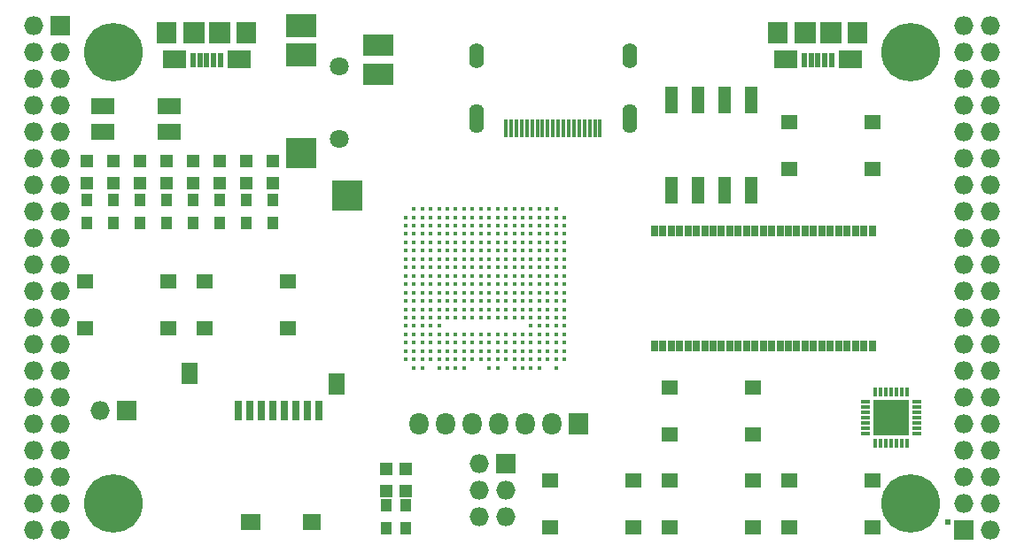
<source format=gts>
G04 #@! TF.FileFunction,Soldermask,Top*
%FSLAX46Y46*%
G04 Gerber Fmt 4.6, Leading zero omitted, Abs format (unit mm)*
G04 Created by KiCad (PCBNEW 4.0.7+dfsg1-1) date Thu Oct  5 01:05:28 2017*
%MOMM*%
%LPD*%
G01*
G04 APERTURE LIST*
%ADD10C,0.100000*%
%ADD11R,0.800000X1.900000*%
%ADD12R,1.700000X1.500000*%
%ADD13R,1.900000X1.500000*%
%ADD14R,1.500000X2.000000*%
%ADD15R,1.298880X1.298880*%
%ADD16R,0.660000X1.000000*%
%ADD17R,1.827200X1.827200*%
%ADD18O,1.827200X1.827200*%
%ADD19C,5.600000*%
%ADD20R,2.300000X1.500000*%
%ADD21R,1.000000X1.300000*%
%ADD22R,2.200000X1.700000*%
%ADD23R,2.000000X2.000000*%
%ADD24R,0.500000X1.450000*%
%ADD25R,1.900000X2.000000*%
%ADD26O,0.950000X0.400000*%
%ADD27O,0.400000X0.950000*%
%ADD28R,1.775000X1.775000*%
%ADD29R,0.600000X0.600000*%
%ADD30R,1.827200X2.132000*%
%ADD31O,1.827200X2.132000*%
%ADD32R,2.900000X2.300000*%
%ADD33R,2.900000X2.900000*%
%ADD34R,2.900000X2.100000*%
%ADD35C,1.800000*%
%ADD36O,1.400000X2.800000*%
%ADD37O,1.400000X2.400000*%
%ADD38R,0.350000X1.700000*%
%ADD39R,1.650000X1.400000*%
%ADD40R,1.220000X2.540000*%
%ADD41C,0.430000*%
G04 APERTURE END LIST*
D10*
D11*
X114930000Y-99520000D03*
X116030000Y-99520000D03*
X117130000Y-99520000D03*
X118230000Y-99520000D03*
X119330000Y-99520000D03*
X120430000Y-99520000D03*
X121530000Y-99520000D03*
X122630000Y-99520000D03*
D12*
X121920000Y-110120000D03*
D13*
X116120000Y-110120000D03*
D14*
X124320000Y-96970000D03*
X110270000Y-95970000D03*
D15*
X118230000Y-77709020D03*
X118230000Y-75610980D03*
X115690000Y-77709020D03*
X115690000Y-75610980D03*
X113150000Y-77709020D03*
X113150000Y-75610980D03*
X110610000Y-77709020D03*
X110610000Y-75610980D03*
X108070000Y-77709020D03*
X108070000Y-75610980D03*
X105530000Y-77709020D03*
X105530000Y-75610980D03*
X102990000Y-77709020D03*
X102990000Y-75610980D03*
X100450000Y-77709020D03*
X100450000Y-75610980D03*
D16*
X175480000Y-82270000D03*
X154680000Y-93330000D03*
X155480000Y-93330000D03*
X156280000Y-93330000D03*
X157080000Y-93330000D03*
X157880000Y-93330000D03*
X158680000Y-93330000D03*
X159480000Y-93330000D03*
X160280000Y-93330000D03*
X161080000Y-93330000D03*
X161880000Y-93330000D03*
X162680000Y-93330000D03*
X163480000Y-93330000D03*
X164280000Y-93330000D03*
X165080000Y-93330000D03*
X165880000Y-93330000D03*
X166680000Y-93330000D03*
X167480000Y-93330000D03*
X168280000Y-93330000D03*
X169080000Y-93330000D03*
X169880000Y-93330000D03*
X170680000Y-93330000D03*
X171480000Y-93330000D03*
X172280000Y-93330000D03*
X173080000Y-93330000D03*
X173880000Y-93330000D03*
X174680000Y-93330000D03*
X175480000Y-93330000D03*
X174680000Y-82270000D03*
X173880000Y-82270000D03*
X173080000Y-82270000D03*
X172280000Y-82270000D03*
X171480000Y-82270000D03*
X170680000Y-82270000D03*
X169880000Y-82270000D03*
X169080000Y-82270000D03*
X168280000Y-82270000D03*
X167480000Y-82270000D03*
X166680000Y-82270000D03*
X165880000Y-82270000D03*
X165080000Y-82270000D03*
X164280000Y-82270000D03*
X163480000Y-82270000D03*
X162680000Y-82270000D03*
X161880000Y-82270000D03*
X161080000Y-82270000D03*
X160280000Y-82270000D03*
X159480000Y-82270000D03*
X158680000Y-82270000D03*
X157880000Y-82270000D03*
X157080000Y-82270000D03*
X156280000Y-82270000D03*
X155480000Y-82270000D03*
X154680000Y-82270000D03*
D17*
X97910000Y-62690000D03*
D18*
X95370000Y-62690000D03*
X97910000Y-65230000D03*
X95370000Y-65230000D03*
X97910000Y-67770000D03*
X95370000Y-67770000D03*
X97910000Y-70310000D03*
X95370000Y-70310000D03*
X97910000Y-72850000D03*
X95370000Y-72850000D03*
X97910000Y-75390000D03*
X95370000Y-75390000D03*
X97910000Y-77930000D03*
X95370000Y-77930000D03*
X97910000Y-80470000D03*
X95370000Y-80470000D03*
X97910000Y-83010000D03*
X95370000Y-83010000D03*
X97910000Y-85550000D03*
X95370000Y-85550000D03*
X97910000Y-88090000D03*
X95370000Y-88090000D03*
X97910000Y-90630000D03*
X95370000Y-90630000D03*
X97910000Y-93170000D03*
X95370000Y-93170000D03*
X97910000Y-95710000D03*
X95370000Y-95710000D03*
X97910000Y-98250000D03*
X95370000Y-98250000D03*
X97910000Y-100790000D03*
X95370000Y-100790000D03*
X97910000Y-103330000D03*
X95370000Y-103330000D03*
X97910000Y-105870000D03*
X95370000Y-105870000D03*
X97910000Y-108410000D03*
X95370000Y-108410000D03*
X97910000Y-110950000D03*
X95370000Y-110950000D03*
D17*
X184270000Y-110950000D03*
D18*
X186810000Y-110950000D03*
X184270000Y-108410000D03*
X186810000Y-108410000D03*
X184270000Y-105870000D03*
X186810000Y-105870000D03*
X184270000Y-103330000D03*
X186810000Y-103330000D03*
X184270000Y-100790000D03*
X186810000Y-100790000D03*
X184270000Y-98250000D03*
X186810000Y-98250000D03*
X184270000Y-95710000D03*
X186810000Y-95710000D03*
X184270000Y-93170000D03*
X186810000Y-93170000D03*
X184270000Y-90630000D03*
X186810000Y-90630000D03*
X184270000Y-88090000D03*
X186810000Y-88090000D03*
X184270000Y-85550000D03*
X186810000Y-85550000D03*
X184270000Y-83010000D03*
X186810000Y-83010000D03*
X184270000Y-80470000D03*
X186810000Y-80470000D03*
X184270000Y-77930000D03*
X186810000Y-77930000D03*
X184270000Y-75390000D03*
X186810000Y-75390000D03*
X184270000Y-72850000D03*
X186810000Y-72850000D03*
X184270000Y-70310000D03*
X186810000Y-70310000D03*
X184270000Y-67770000D03*
X186810000Y-67770000D03*
X184270000Y-65230000D03*
X186810000Y-65230000D03*
X184270000Y-62690000D03*
X186810000Y-62690000D03*
D19*
X102990000Y-108410000D03*
X179190000Y-108410000D03*
X179190000Y-65230000D03*
X102990000Y-65230000D03*
D20*
X108274000Y-70330000D03*
X101974000Y-70330000D03*
X101974000Y-72830000D03*
X108274000Y-72830000D03*
D17*
X104260000Y-99520000D03*
D18*
X101720000Y-99520000D03*
D15*
X129025000Y-105074980D03*
X129025000Y-107173020D03*
X130930000Y-107173020D03*
X130930000Y-105074980D03*
D21*
X129025000Y-108580000D03*
X129025000Y-110780000D03*
X130930000Y-110780000D03*
X130930000Y-108580000D03*
D22*
X114980000Y-65875000D03*
X108780000Y-65875000D03*
D23*
X113080000Y-63325000D03*
X110680000Y-63325000D03*
D24*
X113180000Y-66000000D03*
X112530000Y-66000000D03*
X111880000Y-66000000D03*
X111230000Y-66000000D03*
X110580000Y-66000000D03*
D25*
X115680000Y-63325000D03*
X108080000Y-63325000D03*
D22*
X173400000Y-65875000D03*
X167200000Y-65875000D03*
D23*
X171500000Y-63325000D03*
X169100000Y-63325000D03*
D24*
X171600000Y-66000000D03*
X170950000Y-66000000D03*
X170300000Y-66000000D03*
X169650000Y-66000000D03*
X169000000Y-66000000D03*
D25*
X174100000Y-63325000D03*
X166500000Y-63325000D03*
D17*
X140455000Y-104600000D03*
D18*
X137915000Y-104600000D03*
X140455000Y-107140000D03*
X137915000Y-107140000D03*
X140455000Y-109680000D03*
X137915000Y-109680000D03*
D21*
X118230000Y-81570000D03*
X118230000Y-79370000D03*
X115690000Y-81570000D03*
X115690000Y-79370000D03*
X113150000Y-81570000D03*
X113150000Y-79370000D03*
X110610000Y-81570000D03*
X110610000Y-79370000D03*
X108070000Y-81570000D03*
X108070000Y-79370000D03*
X105530000Y-81570000D03*
X105530000Y-79370000D03*
X102990000Y-81570000D03*
X102990000Y-79370000D03*
X100450000Y-81570000D03*
X100450000Y-79370000D03*
D26*
X179735000Y-101655000D03*
X179735000Y-101155000D03*
X179735000Y-100655000D03*
X179735000Y-100155000D03*
X179735000Y-99655000D03*
X179735000Y-99155000D03*
X179735000Y-98655000D03*
D27*
X178785000Y-97705000D03*
X178285000Y-97705000D03*
X177785000Y-97705000D03*
X177285000Y-97705000D03*
X176785000Y-97705000D03*
X176285000Y-97705000D03*
X175785000Y-97705000D03*
D26*
X174835000Y-98655000D03*
X174835000Y-99155000D03*
X174835000Y-99655000D03*
X174835000Y-100155000D03*
X174835000Y-100655000D03*
X174835000Y-101155000D03*
X174835000Y-101655000D03*
D27*
X175785000Y-102605000D03*
X176285000Y-102605000D03*
X176785000Y-102605000D03*
X177285000Y-102605000D03*
X177785000Y-102605000D03*
X178285000Y-102605000D03*
X178785000Y-102605000D03*
D28*
X176447500Y-99317500D03*
X176447500Y-100992500D03*
X178122500Y-99317500D03*
X178122500Y-100992500D03*
D29*
X182680000Y-110200000D03*
D30*
X147440000Y-100790000D03*
D31*
X144900000Y-100790000D03*
X142360000Y-100790000D03*
X139820000Y-100790000D03*
X137280000Y-100790000D03*
X134740000Y-100790000D03*
X132200000Y-100790000D03*
D32*
X120880000Y-62640000D03*
X120880000Y-65440000D03*
D33*
X120880000Y-74840000D03*
X125330000Y-78940000D03*
D34*
X128280000Y-67340000D03*
X128280000Y-64540000D03*
D35*
X124580000Y-66540000D03*
X124580000Y-73540000D03*
D36*
X152280000Y-71550000D03*
X137680000Y-71550000D03*
D37*
X137680000Y-65500000D03*
D38*
X140480000Y-72500000D03*
X140980000Y-72500000D03*
X141480000Y-72500000D03*
X141980000Y-72500000D03*
X142480000Y-72500000D03*
X142980000Y-72500000D03*
X143480000Y-72500000D03*
X143980000Y-72500000D03*
X144480000Y-72500000D03*
X144980000Y-72500000D03*
X145480000Y-72500000D03*
X145980000Y-72500000D03*
X146480000Y-72500000D03*
X146980000Y-72500000D03*
X147480000Y-72500000D03*
X147980000Y-72500000D03*
X148480000Y-72500000D03*
X148980000Y-72500000D03*
X149480000Y-72500000D03*
D37*
X152280000Y-65500000D03*
D39*
X175550000Y-71870000D03*
X175550000Y-76370000D03*
X167590000Y-76370000D03*
X167590000Y-71870000D03*
X100280000Y-91610000D03*
X100280000Y-87110000D03*
X108240000Y-87110000D03*
X108240000Y-91610000D03*
X111710000Y-91610000D03*
X111710000Y-87110000D03*
X119670000Y-87110000D03*
X119670000Y-91610000D03*
X156160000Y-101770000D03*
X156160000Y-97270000D03*
X164120000Y-97270000D03*
X164120000Y-101770000D03*
X164120000Y-106160000D03*
X164120000Y-110660000D03*
X156160000Y-110660000D03*
X156160000Y-106160000D03*
X152690000Y-106160000D03*
X152690000Y-110660000D03*
X144730000Y-110660000D03*
X144730000Y-106160000D03*
X175550000Y-106160000D03*
X175550000Y-110660000D03*
X167590000Y-110660000D03*
X167590000Y-106160000D03*
D40*
X163950000Y-69815000D03*
X156330000Y-78425000D03*
X161410000Y-69815000D03*
X158870000Y-78425000D03*
X158870000Y-69815000D03*
X161410000Y-78425000D03*
X156330000Y-69815000D03*
X163950000Y-78425000D03*
D41*
X131680000Y-80200000D03*
X132480000Y-80200000D03*
X133280000Y-80200000D03*
X134080000Y-80200000D03*
X134880000Y-80200000D03*
X135680000Y-80200000D03*
X136480000Y-80200000D03*
X137280000Y-80200000D03*
X138080000Y-80200000D03*
X138880000Y-80200000D03*
X139680000Y-80200000D03*
X140480000Y-80200000D03*
X141280000Y-80200000D03*
X142080000Y-80200000D03*
X142880000Y-80200000D03*
X143680000Y-80200000D03*
X144480000Y-80200000D03*
X145280000Y-80200000D03*
X130880000Y-81000000D03*
X131680000Y-81000000D03*
X132480000Y-81000000D03*
X133280000Y-81000000D03*
X134080000Y-81000000D03*
X134880000Y-81000000D03*
X135680000Y-81000000D03*
X136480000Y-81000000D03*
X137280000Y-81000000D03*
X138080000Y-81000000D03*
X138880000Y-81000000D03*
X139680000Y-81000000D03*
X140480000Y-81000000D03*
X141280000Y-81000000D03*
X142080000Y-81000000D03*
X142880000Y-81000000D03*
X143680000Y-81000000D03*
X144480000Y-81000000D03*
X145280000Y-81000000D03*
X146080000Y-81000000D03*
X130880000Y-81800000D03*
X131680000Y-81800000D03*
X132480000Y-81800000D03*
X133280000Y-81800000D03*
X134080000Y-81800000D03*
X134880000Y-81800000D03*
X135680000Y-81800000D03*
X136480000Y-81800000D03*
X137280000Y-81800000D03*
X138080000Y-81800000D03*
X138880000Y-81800000D03*
X139680000Y-81800000D03*
X140480000Y-81800000D03*
X141280000Y-81800000D03*
X142080000Y-81800000D03*
X142880000Y-81800000D03*
X143680000Y-81800000D03*
X144480000Y-81800000D03*
X145280000Y-81800000D03*
X146080000Y-81800000D03*
X130880000Y-82600000D03*
X131680000Y-82600000D03*
X132480000Y-82600000D03*
X133280000Y-82600000D03*
X134080000Y-82600000D03*
X134880000Y-82600000D03*
X135680000Y-82600000D03*
X136480000Y-82600000D03*
X137280000Y-82600000D03*
X138080000Y-82600000D03*
X138880000Y-82600000D03*
X139680000Y-82600000D03*
X140480000Y-82600000D03*
X141280000Y-82600000D03*
X142080000Y-82600000D03*
X142880000Y-82600000D03*
X143680000Y-82600000D03*
X144480000Y-82600000D03*
X145280000Y-82600000D03*
X146080000Y-82600000D03*
X130880000Y-83400000D03*
X131680000Y-83400000D03*
X132480000Y-83400000D03*
X133280000Y-83400000D03*
X134080000Y-83400000D03*
X134880000Y-83400000D03*
X135680000Y-83400000D03*
X136480000Y-83400000D03*
X137280000Y-83400000D03*
X138080000Y-83400000D03*
X138880000Y-83400000D03*
X139680000Y-83400000D03*
X140480000Y-83400000D03*
X141280000Y-83400000D03*
X142080000Y-83400000D03*
X142880000Y-83400000D03*
X143680000Y-83400000D03*
X144480000Y-83400000D03*
X145280000Y-83400000D03*
X146080000Y-83400000D03*
X130880000Y-84200000D03*
X131680000Y-84200000D03*
X132480000Y-84200000D03*
X133280000Y-84200000D03*
X134080000Y-84200000D03*
X134880000Y-84200000D03*
X135680000Y-84200000D03*
X136480000Y-84200000D03*
X137280000Y-84200000D03*
X138080000Y-84200000D03*
X138880000Y-84200000D03*
X139680000Y-84200000D03*
X140480000Y-84200000D03*
X141280000Y-84200000D03*
X142080000Y-84200000D03*
X142880000Y-84200000D03*
X143680000Y-84200000D03*
X144480000Y-84200000D03*
X145280000Y-84200000D03*
X146080000Y-84200000D03*
X130880000Y-85000000D03*
X131680000Y-85000000D03*
X132480000Y-85000000D03*
X133280000Y-85000000D03*
X134080000Y-85000000D03*
X134880000Y-85000000D03*
X135680000Y-85000000D03*
X136480000Y-85000000D03*
X137280000Y-85000000D03*
X138080000Y-85000000D03*
X138880000Y-85000000D03*
X139680000Y-85000000D03*
X140480000Y-85000000D03*
X141280000Y-85000000D03*
X142080000Y-85000000D03*
X142880000Y-85000000D03*
X143680000Y-85000000D03*
X144480000Y-85000000D03*
X145280000Y-85000000D03*
X146080000Y-85000000D03*
X130880000Y-85800000D03*
X131680000Y-85800000D03*
X132480000Y-85800000D03*
X133280000Y-85800000D03*
X134080000Y-85800000D03*
X134880000Y-85800000D03*
X135680000Y-85800000D03*
X136480000Y-85800000D03*
X137280000Y-85800000D03*
X138080000Y-85800000D03*
X138880000Y-85800000D03*
X139680000Y-85800000D03*
X140480000Y-85800000D03*
X141280000Y-85800000D03*
X142080000Y-85800000D03*
X142880000Y-85800000D03*
X143680000Y-85800000D03*
X144480000Y-85800000D03*
X145280000Y-85800000D03*
X146080000Y-85800000D03*
X130880000Y-86600000D03*
X131680000Y-86600000D03*
X132480000Y-86600000D03*
X133280000Y-86600000D03*
X134080000Y-86600000D03*
X134880000Y-86600000D03*
X135680000Y-86600000D03*
X136480000Y-86600000D03*
X137280000Y-86600000D03*
X138080000Y-86600000D03*
X138880000Y-86600000D03*
X139680000Y-86600000D03*
X140480000Y-86600000D03*
X141280000Y-86600000D03*
X142080000Y-86600000D03*
X142880000Y-86600000D03*
X143680000Y-86600000D03*
X144480000Y-86600000D03*
X145280000Y-86600000D03*
X146080000Y-86600000D03*
X130880000Y-87400000D03*
X131680000Y-87400000D03*
X132480000Y-87400000D03*
X133280000Y-87400000D03*
X134080000Y-87400000D03*
X134880000Y-87400000D03*
X135680000Y-87400000D03*
X136480000Y-87400000D03*
X137280000Y-87400000D03*
X138080000Y-87400000D03*
X138880000Y-87400000D03*
X139680000Y-87400000D03*
X140480000Y-87400000D03*
X141280000Y-87400000D03*
X142080000Y-87400000D03*
X142880000Y-87400000D03*
X143680000Y-87400000D03*
X144480000Y-87400000D03*
X145280000Y-87400000D03*
X146080000Y-87400000D03*
X130880000Y-88200000D03*
X131680000Y-88200000D03*
X132480000Y-88200000D03*
X133280000Y-88200000D03*
X134080000Y-88200000D03*
X134880000Y-88200000D03*
X135680000Y-88200000D03*
X136480000Y-88200000D03*
X137280000Y-88200000D03*
X138080000Y-88200000D03*
X138880000Y-88200000D03*
X139680000Y-88200000D03*
X140480000Y-88200000D03*
X141280000Y-88200000D03*
X142080000Y-88200000D03*
X142880000Y-88200000D03*
X143680000Y-88200000D03*
X144480000Y-88200000D03*
X145280000Y-88200000D03*
X146080000Y-88200000D03*
X130880000Y-89000000D03*
X131680000Y-89000000D03*
X132480000Y-89000000D03*
X133280000Y-89000000D03*
X134080000Y-89000000D03*
X134880000Y-89000000D03*
X135680000Y-89000000D03*
X136480000Y-89000000D03*
X137280000Y-89000000D03*
X138080000Y-89000000D03*
X138880000Y-89000000D03*
X139680000Y-89000000D03*
X140480000Y-89000000D03*
X141280000Y-89000000D03*
X142080000Y-89000000D03*
X142880000Y-89000000D03*
X143680000Y-89000000D03*
X144480000Y-89000000D03*
X145280000Y-89000000D03*
X146080000Y-89000000D03*
X130880000Y-89800000D03*
X131680000Y-89800000D03*
X132480000Y-89800000D03*
X133280000Y-89800000D03*
X134080000Y-89800000D03*
X134880000Y-89800000D03*
X135680000Y-89800000D03*
X136480000Y-89800000D03*
X137280000Y-89800000D03*
X138080000Y-89800000D03*
X138880000Y-89800000D03*
X139680000Y-89800000D03*
X140480000Y-89800000D03*
X141280000Y-89800000D03*
X142080000Y-89800000D03*
X142880000Y-89800000D03*
X143680000Y-89800000D03*
X144480000Y-89800000D03*
X145280000Y-89800000D03*
X146080000Y-89800000D03*
X130880000Y-90600000D03*
X131680000Y-90600000D03*
X132480000Y-90600000D03*
X133280000Y-90600000D03*
X134080000Y-90600000D03*
X134880000Y-90600000D03*
X135680000Y-90600000D03*
X136480000Y-90600000D03*
X137280000Y-90600000D03*
X138080000Y-90600000D03*
X138880000Y-90600000D03*
X139680000Y-90600000D03*
X140480000Y-90600000D03*
X141280000Y-90600000D03*
X142080000Y-90600000D03*
X142880000Y-90600000D03*
X143680000Y-90600000D03*
X144480000Y-90600000D03*
X145280000Y-90600000D03*
X146080000Y-90600000D03*
X130880000Y-91400000D03*
X131680000Y-91400000D03*
X132480000Y-91400000D03*
X133280000Y-91400000D03*
X134080000Y-91400000D03*
X142880000Y-91400000D03*
X143680000Y-91400000D03*
X144480000Y-91400000D03*
X145280000Y-91400000D03*
X146080000Y-91400000D03*
X130880000Y-92200000D03*
X131680000Y-92200000D03*
X132480000Y-92200000D03*
X133280000Y-92200000D03*
X134080000Y-92200000D03*
X134880000Y-92200000D03*
X135680000Y-92200000D03*
X136480000Y-92200000D03*
X137280000Y-92200000D03*
X138080000Y-92200000D03*
X138880000Y-92200000D03*
X139680000Y-92200000D03*
X140480000Y-92200000D03*
X141280000Y-92200000D03*
X142080000Y-92200000D03*
X142880000Y-92200000D03*
X143680000Y-92200000D03*
X144480000Y-92200000D03*
X145280000Y-92200000D03*
X146080000Y-92200000D03*
X130880000Y-93000000D03*
X131680000Y-93000000D03*
X132480000Y-93000000D03*
X133280000Y-93000000D03*
X134080000Y-93000000D03*
X134880000Y-93000000D03*
X135680000Y-93000000D03*
X136480000Y-93000000D03*
X137280000Y-93000000D03*
X138080000Y-93000000D03*
X138880000Y-93000000D03*
X139680000Y-93000000D03*
X140480000Y-93000000D03*
X141280000Y-93000000D03*
X142080000Y-93000000D03*
X142880000Y-93000000D03*
X143680000Y-93000000D03*
X144480000Y-93000000D03*
X145280000Y-93000000D03*
X146080000Y-93000000D03*
X130880000Y-93800000D03*
X131680000Y-93800000D03*
X132480000Y-93800000D03*
X133280000Y-93800000D03*
X134080000Y-93800000D03*
X134880000Y-93800000D03*
X135680000Y-93800000D03*
X136480000Y-93800000D03*
X137280000Y-93800000D03*
X138080000Y-93800000D03*
X138880000Y-93800000D03*
X139680000Y-93800000D03*
X140480000Y-93800000D03*
X141280000Y-93800000D03*
X142080000Y-93800000D03*
X142880000Y-93800000D03*
X143680000Y-93800000D03*
X144480000Y-93800000D03*
X145280000Y-93800000D03*
X146080000Y-93800000D03*
X130880000Y-94600000D03*
X131680000Y-94600000D03*
X132480000Y-94600000D03*
X133280000Y-94600000D03*
X134080000Y-94600000D03*
X134880000Y-94600000D03*
X135680000Y-94600000D03*
X136480000Y-94600000D03*
X137280000Y-94600000D03*
X138080000Y-94600000D03*
X138880000Y-94600000D03*
X139680000Y-94600000D03*
X140480000Y-94600000D03*
X141280000Y-94600000D03*
X142080000Y-94600000D03*
X142880000Y-94600000D03*
X143680000Y-94600000D03*
X144480000Y-94600000D03*
X145280000Y-94600000D03*
X146080000Y-94600000D03*
X131680000Y-95400000D03*
X132480000Y-95400000D03*
X134080000Y-95400000D03*
X134880000Y-95400000D03*
X135680000Y-95400000D03*
X136480000Y-95400000D03*
X138880000Y-95400000D03*
X139680000Y-95400000D03*
X141280000Y-95400000D03*
X142080000Y-95400000D03*
X142880000Y-95400000D03*
X143680000Y-95400000D03*
X145280000Y-95400000D03*
M02*

</source>
